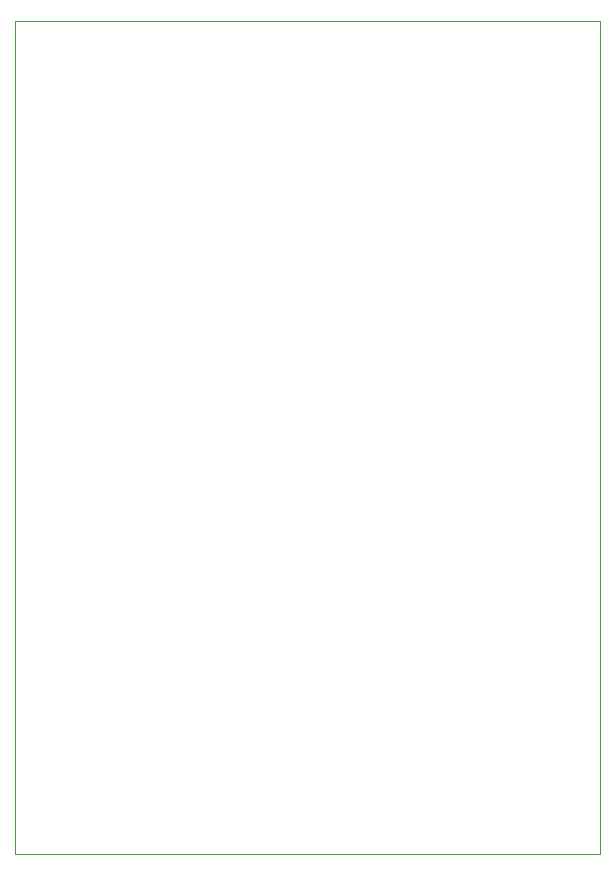
<source format=gbr>
%TF.GenerationSoftware,KiCad,Pcbnew,8.0.4-8.0.4-0~ubuntu22.04.1*%
%TF.CreationDate,2024-09-21T05:33:02+05:30*%
%TF.ProjectId,Servo_pcb_esp32,53657276-6f5f-4706-9362-5f6573703332,rev?*%
%TF.SameCoordinates,Original*%
%TF.FileFunction,Profile,NP*%
%FSLAX46Y46*%
G04 Gerber Fmt 4.6, Leading zero omitted, Abs format (unit mm)*
G04 Created by KiCad (PCBNEW 8.0.4-8.0.4-0~ubuntu22.04.1) date 2024-09-21 05:33:02*
%MOMM*%
%LPD*%
G01*
G04 APERTURE LIST*
%TA.AperFunction,Profile*%
%ADD10C,0.050000*%
%TD*%
G04 APERTURE END LIST*
D10*
X114000000Y-52500000D02*
X163500000Y-52500000D01*
X163500000Y-123000000D01*
X114000000Y-123000000D01*
X114000000Y-52500000D01*
M02*

</source>
